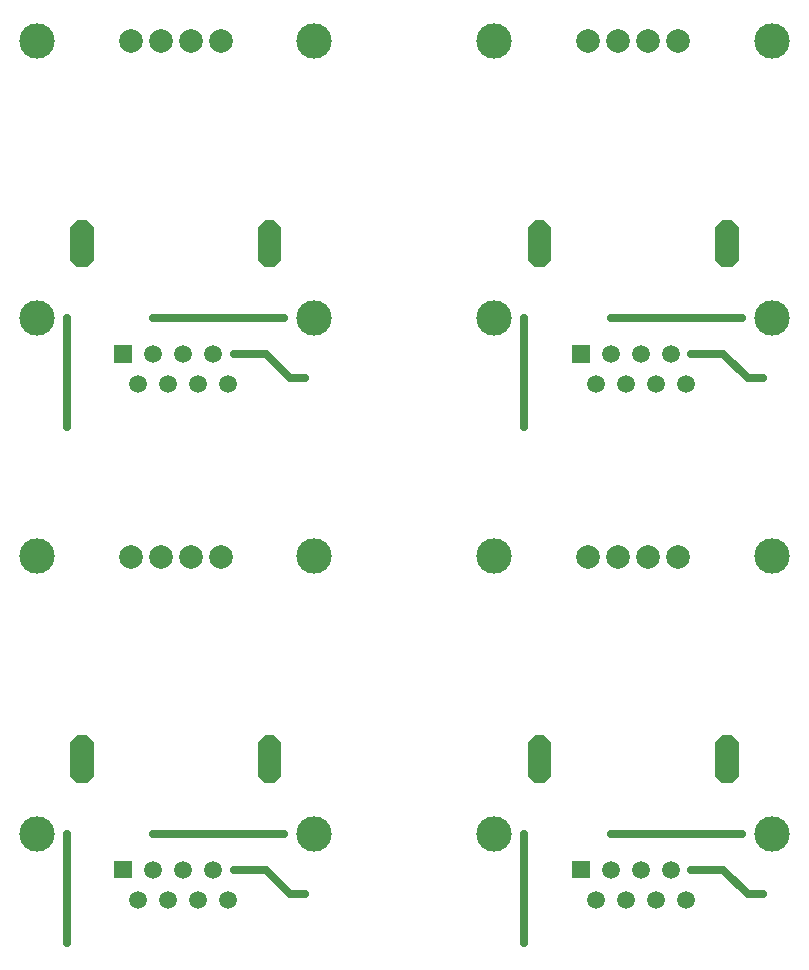
<source format=gbr>
%FSLAX34Y34*%
%MOMM*%
%LNCOPPER_TOP*%
G71*
G01*
%ADD10C, 3.000*%
%ADD11C, 2.000*%
%ADD12C, 1.500*%
%ADD13C, 0.700*%
%ADD14C, 0.700*%
%LPD*%
X76212Y-34913D02*
G54D10*
D03*
X311162Y-34913D02*
G54D10*
D03*
X311162Y-269863D02*
G54D10*
D03*
X76212Y-269863D02*
G54D10*
D03*
X231762Y-34938D02*
G54D11*
D03*
X206362Y-34938D02*
G54D11*
D03*
X180962Y-34938D02*
G54D11*
D03*
X155562Y-34938D02*
G54D11*
D03*
X200012Y-300050D02*
G54D12*
D03*
X187212Y-325450D02*
G54D12*
D03*
X161812Y-325450D02*
G54D12*
D03*
X225412Y-300050D02*
G54D12*
D03*
G36*
X156712Y-307550D02*
X141712Y-307550D01*
X141712Y-292550D01*
X156712Y-292550D01*
X156712Y-307550D01*
G37*
X212612Y-325450D02*
G54D12*
D03*
X238012Y-325450D02*
G54D12*
D03*
X174612Y-300050D02*
G54D12*
D03*
G36*
X104312Y-192238D02*
X110162Y-186388D01*
X118462Y-186388D01*
X124312Y-192238D01*
X124312Y-220538D01*
X118462Y-226388D01*
X110162Y-226388D01*
X104312Y-220538D01*
X104312Y-192238D01*
G37*
G36*
X263012Y-192238D02*
X268862Y-186388D01*
X277162Y-186388D01*
X283012Y-192238D01*
X283012Y-220538D01*
X277162Y-226388D01*
X268862Y-226388D01*
X263012Y-220538D01*
X263012Y-192238D01*
G37*
X285750Y-269876D02*
G54D13*
D03*
X225412Y-269888D02*
G54D13*
D03*
X101587Y-361963D02*
G54D13*
D03*
X303200Y-320688D02*
G54D13*
D03*
G54D14*
X101587Y-269888D02*
X101587Y-361963D01*
G54D14*
X225412Y-269888D02*
X174612Y-269888D01*
G54D14*
X225412Y-269888D02*
X285737Y-269888D01*
G54D14*
X242874Y-300050D02*
X269862Y-300050D01*
X101600Y-269876D02*
G54D13*
D03*
X174612Y-269888D02*
G54D13*
D03*
X242874Y-300050D02*
G54D13*
D03*
G54D14*
X303212Y-320676D02*
X290512Y-320676D01*
X269874Y-300038D01*
X463562Y-34913D02*
G54D10*
D03*
X698512Y-34913D02*
G54D10*
D03*
X698512Y-269863D02*
G54D10*
D03*
X463562Y-269863D02*
G54D10*
D03*
X619112Y-34938D02*
G54D11*
D03*
X593712Y-34938D02*
G54D11*
D03*
X568312Y-34938D02*
G54D11*
D03*
X542912Y-34938D02*
G54D11*
D03*
X587362Y-300050D02*
G54D12*
D03*
X574562Y-325450D02*
G54D12*
D03*
X549162Y-325450D02*
G54D12*
D03*
X612762Y-300050D02*
G54D12*
D03*
G36*
X544062Y-307550D02*
X529062Y-307550D01*
X529062Y-292550D01*
X544062Y-292550D01*
X544062Y-307550D01*
G37*
X599962Y-325450D02*
G54D12*
D03*
X625362Y-325450D02*
G54D12*
D03*
X561962Y-300050D02*
G54D12*
D03*
G36*
X491662Y-192238D02*
X497512Y-186388D01*
X505812Y-186388D01*
X511662Y-192238D01*
X511662Y-220538D01*
X505812Y-226388D01*
X497512Y-226388D01*
X491662Y-220538D01*
X491662Y-192238D01*
G37*
G36*
X650362Y-192238D02*
X656212Y-186388D01*
X664512Y-186388D01*
X670362Y-192238D01*
X670362Y-220538D01*
X664512Y-226388D01*
X656212Y-226388D01*
X650362Y-220538D01*
X650362Y-192238D01*
G37*
X673100Y-269876D02*
G54D13*
D03*
X612762Y-269888D02*
G54D13*
D03*
X488937Y-361963D02*
G54D13*
D03*
X690550Y-320688D02*
G54D13*
D03*
G54D14*
X488937Y-269888D02*
X488937Y-361963D01*
G54D14*
X612762Y-269888D02*
X561962Y-269888D01*
G54D14*
X612762Y-269888D02*
X673087Y-269888D01*
G54D14*
X630224Y-300050D02*
X657212Y-300050D01*
X488950Y-269876D02*
G54D13*
D03*
X561962Y-269888D02*
G54D13*
D03*
X630224Y-300050D02*
G54D13*
D03*
G54D14*
X690562Y-320676D02*
X677862Y-320676D01*
X657224Y-300038D01*
X76212Y-471476D02*
G54D10*
D03*
X311162Y-471476D02*
G54D10*
D03*
X311162Y-706426D02*
G54D10*
D03*
X76212Y-706426D02*
G54D10*
D03*
X231762Y-471500D02*
G54D11*
D03*
X206362Y-471500D02*
G54D11*
D03*
X180962Y-471500D02*
G54D11*
D03*
X155562Y-471500D02*
G54D11*
D03*
X200012Y-736613D02*
G54D12*
D03*
X187212Y-762013D02*
G54D12*
D03*
X161812Y-762013D02*
G54D12*
D03*
X225412Y-736613D02*
G54D12*
D03*
G36*
X156712Y-744113D02*
X141712Y-744113D01*
X141712Y-729113D01*
X156712Y-729113D01*
X156712Y-744113D01*
G37*
X212612Y-762013D02*
G54D12*
D03*
X238012Y-762013D02*
G54D12*
D03*
X174612Y-736613D02*
G54D12*
D03*
G36*
X104312Y-628800D02*
X110162Y-622950D01*
X118462Y-622950D01*
X124312Y-628800D01*
X124312Y-657100D01*
X118462Y-662950D01*
X110162Y-662950D01*
X104312Y-657100D01*
X104312Y-628800D01*
G37*
G36*
X263012Y-628800D02*
X268862Y-622950D01*
X277162Y-622950D01*
X283012Y-628800D01*
X283012Y-657100D01*
X277162Y-662950D01*
X268862Y-662950D01*
X263012Y-657100D01*
X263012Y-628800D01*
G37*
X285750Y-706438D02*
G54D13*
D03*
X225412Y-706450D02*
G54D13*
D03*
X101587Y-798526D02*
G54D13*
D03*
X303200Y-757250D02*
G54D13*
D03*
G54D14*
X101587Y-706450D02*
X101587Y-798526D01*
G54D14*
X225412Y-706450D02*
X174612Y-706450D01*
G54D14*
X225412Y-706450D02*
X285737Y-706450D01*
G54D14*
X242874Y-736613D02*
X269862Y-736613D01*
X101600Y-706438D02*
G54D13*
D03*
X174612Y-706450D02*
G54D13*
D03*
X242874Y-736613D02*
G54D13*
D03*
G54D14*
X303212Y-757238D02*
X290512Y-757238D01*
X269874Y-736600D01*
X463562Y-471476D02*
G54D10*
D03*
X698512Y-471476D02*
G54D10*
D03*
X698512Y-706426D02*
G54D10*
D03*
X463562Y-706426D02*
G54D10*
D03*
X619112Y-471500D02*
G54D11*
D03*
X593712Y-471500D02*
G54D11*
D03*
X568312Y-471500D02*
G54D11*
D03*
X542912Y-471500D02*
G54D11*
D03*
X587362Y-736613D02*
G54D12*
D03*
X574562Y-762013D02*
G54D12*
D03*
X549162Y-762013D02*
G54D12*
D03*
X612762Y-736613D02*
G54D12*
D03*
G36*
X544062Y-744113D02*
X529062Y-744113D01*
X529062Y-729113D01*
X544062Y-729113D01*
X544062Y-744113D01*
G37*
X599962Y-762013D02*
G54D12*
D03*
X625362Y-762013D02*
G54D12*
D03*
X561962Y-736613D02*
G54D12*
D03*
G36*
X491662Y-628800D02*
X497512Y-622950D01*
X505812Y-622950D01*
X511662Y-628800D01*
X511662Y-657100D01*
X505812Y-662950D01*
X497512Y-662950D01*
X491662Y-657100D01*
X491662Y-628800D01*
G37*
G36*
X650362Y-628800D02*
X656212Y-622950D01*
X664512Y-622950D01*
X670362Y-628800D01*
X670362Y-657100D01*
X664512Y-662950D01*
X656212Y-662950D01*
X650362Y-657100D01*
X650362Y-628800D01*
G37*
X673100Y-706438D02*
G54D13*
D03*
X612762Y-706450D02*
G54D13*
D03*
X488937Y-798526D02*
G54D13*
D03*
X690550Y-757250D02*
G54D13*
D03*
G54D14*
X488937Y-706450D02*
X488937Y-798526D01*
G54D14*
X612762Y-706450D02*
X561962Y-706450D01*
G54D14*
X612762Y-706450D02*
X673087Y-706450D01*
G54D14*
X630224Y-736613D02*
X657212Y-736613D01*
X488950Y-706438D02*
G54D13*
D03*
X561962Y-706450D02*
G54D13*
D03*
X630224Y-736613D02*
G54D13*
D03*
G54D14*
X690562Y-757238D02*
X677862Y-757238D01*
X657224Y-736600D01*
M02*

</source>
